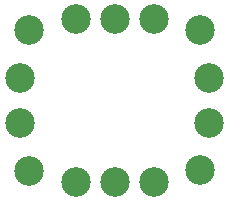
<source format=gbr>
G04 #@! TF.FileFunction,Copper,L2,Bot,Signal*
%FSLAX46Y46*%
G04 Gerber Fmt 4.6, Leading zero omitted, Abs format (unit mm)*
G04 Created by KiCad (PCBNEW 4.0.2-stable) date Monday, May 22, 2017 'PMt' 12:42:44 PM*
%MOMM*%
G01*
G04 APERTURE LIST*
%ADD10C,0.100000*%
%ADD11C,2.500000*%
G04 APERTURE END LIST*
D10*
D11*
X141860000Y-104775000D03*
X146558000Y-99780000D03*
X153162000Y-99780000D03*
X157860000Y-104775000D03*
X157099000Y-112522000D03*
X149860000Y-113580000D03*
X142621000Y-112649000D03*
X142621000Y-100711000D03*
X149860000Y-99780000D03*
X157099000Y-100711000D03*
X157860000Y-108585000D03*
X153162000Y-113580000D03*
X146558000Y-113580000D03*
X141860000Y-108585000D03*
M02*

</source>
